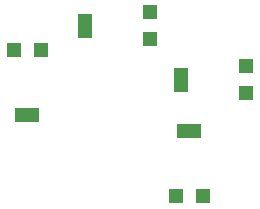
<source format=gbr>
G04 #@! TF.GenerationSoftware,KiCad,Pcbnew,(5.1.2)-2*
G04 #@! TF.CreationDate,2021-11-10T11:30:02-03:00*
G04 #@! TF.ProjectId,PC_V1.2,50435f56-312e-4322-9e6b-696361645f70,rev?*
G04 #@! TF.SameCoordinates,Original*
G04 #@! TF.FileFunction,Paste,Bot*
G04 #@! TF.FilePolarity,Positive*
%FSLAX46Y46*%
G04 Gerber Fmt 4.6, Leading zero omitted, Abs format (unit mm)*
G04 Created by KiCad (PCBNEW (5.1.2)-2) date 2021-11-10 11:30:02*
%MOMM*%
%LPD*%
G04 APERTURE LIST*
%ADD10R,1.300000X1.300000*%
%ADD11R,2.000000X1.300000*%
%ADD12R,1.300000X2.000000*%
G04 APERTURE END LIST*
D10*
X146091100Y-90404600D03*
X148391100Y-90404600D03*
D11*
X147241100Y-95904600D03*
D10*
X157611100Y-87178600D03*
X157611100Y-89478600D03*
D12*
X152111100Y-88328600D03*
D10*
X165739100Y-91750600D03*
X165739100Y-94050600D03*
D12*
X160239100Y-92900600D03*
D10*
X162107100Y-102762600D03*
X159807100Y-102762600D03*
D11*
X160957100Y-97262600D03*
M02*

</source>
